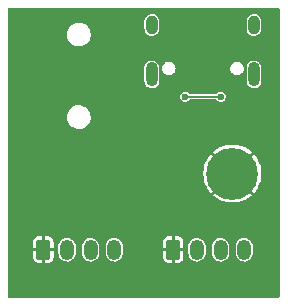
<source format=gbl>
G04 #@! TF.GenerationSoftware,KiCad,Pcbnew,(6.0.5)*
G04 #@! TF.CreationDate,2022-07-09T20:46:05-07:00*
G04 #@! TF.ProjectId,interface,696e7465-7266-4616-9365-2e6b69636164,1*
G04 #@! TF.SameCoordinates,Original*
G04 #@! TF.FileFunction,Copper,L4,Bot*
G04 #@! TF.FilePolarity,Positive*
%FSLAX46Y46*%
G04 Gerber Fmt 4.6, Leading zero omitted, Abs format (unit mm)*
G04 Created by KiCad (PCBNEW (6.0.5)) date 2022-07-09 20:46:05*
%MOMM*%
%LPD*%
G01*
G04 APERTURE LIST*
G04 Aperture macros list*
%AMRoundRect*
0 Rectangle with rounded corners*
0 $1 Rounding radius*
0 $2 $3 $4 $5 $6 $7 $8 $9 X,Y pos of 4 corners*
0 Add a 4 corners polygon primitive as box body*
4,1,4,$2,$3,$4,$5,$6,$7,$8,$9,$2,$3,0*
0 Add four circle primitives for the rounded corners*
1,1,$1+$1,$2,$3*
1,1,$1+$1,$4,$5*
1,1,$1+$1,$6,$7*
1,1,$1+$1,$8,$9*
0 Add four rect primitives between the rounded corners*
20,1,$1+$1,$2,$3,$4,$5,0*
20,1,$1+$1,$4,$5,$6,$7,0*
20,1,$1+$1,$6,$7,$8,$9,0*
20,1,$1+$1,$8,$9,$2,$3,0*%
G04 Aperture macros list end*
G04 #@! TA.AperFunction,ComponentPad*
%ADD10O,1.000000X1.600000*%
G04 #@! TD*
G04 #@! TA.AperFunction,ComponentPad*
%ADD11O,1.000000X2.100000*%
G04 #@! TD*
G04 #@! TA.AperFunction,ComponentPad*
%ADD12RoundRect,0.250000X-0.350000X-0.625000X0.350000X-0.625000X0.350000X0.625000X-0.350000X0.625000X0*%
G04 #@! TD*
G04 #@! TA.AperFunction,ComponentPad*
%ADD13O,1.200000X1.750000*%
G04 #@! TD*
G04 #@! TA.AperFunction,ComponentPad*
%ADD14C,0.700000*%
G04 #@! TD*
G04 #@! TA.AperFunction,ComponentPad*
%ADD15C,4.400000*%
G04 #@! TD*
G04 #@! TA.AperFunction,ViaPad*
%ADD16C,0.600000*%
G04 #@! TD*
G04 #@! TA.AperFunction,Conductor*
%ADD17C,0.200000*%
G04 #@! TD*
G04 APERTURE END LIST*
D10*
X70820000Y-51425000D03*
D11*
X62180000Y-55605000D03*
X70820000Y-55605000D03*
D10*
X62180000Y-51425000D03*
D12*
X64000000Y-70450000D03*
D13*
X66000000Y-70450000D03*
X68000000Y-70450000D03*
X70000000Y-70450000D03*
D12*
X53000000Y-70450000D03*
D13*
X55000000Y-70450000D03*
X57000000Y-70450000D03*
X59000000Y-70450000D03*
D14*
X70650000Y-64000000D03*
X67350000Y-64000000D03*
X67833274Y-65166726D03*
X69000000Y-62350000D03*
X67833274Y-62833274D03*
X69000000Y-65650000D03*
D15*
X69000000Y-64000000D03*
D14*
X70166726Y-62833274D03*
X70166726Y-65166726D03*
D16*
X52600000Y-52200000D03*
X65300000Y-58500000D03*
X64400000Y-53100000D03*
X63200000Y-56500000D03*
X52600000Y-64100000D03*
X60300000Y-64100000D03*
X52600000Y-58900000D03*
X62700000Y-68800000D03*
X62300000Y-62400000D03*
X56000000Y-64100000D03*
X68300000Y-53100000D03*
X69600000Y-57500000D03*
X59200000Y-58900000D03*
X68000000Y-57500000D03*
X65000000Y-57500000D03*
D17*
X65000000Y-57500000D02*
X68000000Y-57500000D01*
G04 #@! TA.AperFunction,Conductor*
G36*
X72980694Y-50019306D02*
G01*
X72999000Y-50063500D01*
X72999000Y-74436500D01*
X72980694Y-74480694D01*
X72936500Y-74499000D01*
X50063500Y-74499000D01*
X50019306Y-74480694D01*
X50001000Y-74436500D01*
X50001000Y-71121018D01*
X52146001Y-71121018D01*
X52146183Y-71124388D01*
X52152272Y-71180443D01*
X52154071Y-71188012D01*
X52201808Y-71315351D01*
X52206043Y-71323086D01*
X52287285Y-71431487D01*
X52293513Y-71437715D01*
X52401914Y-71518957D01*
X52409649Y-71523192D01*
X52536992Y-71570930D01*
X52544556Y-71572728D01*
X52600608Y-71578817D01*
X52603976Y-71579000D01*
X52860569Y-71579000D01*
X52869359Y-71575359D01*
X52873000Y-71566569D01*
X52873000Y-71566568D01*
X53127000Y-71566568D01*
X53130641Y-71575358D01*
X53139431Y-71578999D01*
X53396018Y-71578999D01*
X53399388Y-71578817D01*
X53455443Y-71572728D01*
X53463012Y-71570929D01*
X53590351Y-71523192D01*
X53598086Y-71518957D01*
X53706487Y-71437715D01*
X53712715Y-71431487D01*
X53793957Y-71323086D01*
X53798192Y-71315351D01*
X53845930Y-71188008D01*
X53847728Y-71180444D01*
X53853817Y-71124392D01*
X53854000Y-71121024D01*
X53854000Y-70767483D01*
X54272500Y-70767483D01*
X54287192Y-70893501D01*
X54345074Y-71052962D01*
X54347065Y-71055998D01*
X54347065Y-71055999D01*
X54433617Y-71188012D01*
X54438088Y-71194832D01*
X54561243Y-71311498D01*
X54707935Y-71396703D01*
X54870294Y-71445877D01*
X55039610Y-71456381D01*
X55206802Y-71427652D01*
X55362900Y-71361232D01*
X55499532Y-71260682D01*
X55609367Y-71131397D01*
X55686515Y-70980313D01*
X55726837Y-70815532D01*
X55727500Y-70804844D01*
X55727500Y-70767483D01*
X56272500Y-70767483D01*
X56287192Y-70893501D01*
X56345074Y-71052962D01*
X56347065Y-71055998D01*
X56347065Y-71055999D01*
X56433617Y-71188012D01*
X56438088Y-71194832D01*
X56561243Y-71311498D01*
X56707935Y-71396703D01*
X56870294Y-71445877D01*
X57039610Y-71456381D01*
X57206802Y-71427652D01*
X57362900Y-71361232D01*
X57499532Y-71260682D01*
X57609367Y-71131397D01*
X57686515Y-70980313D01*
X57726837Y-70815532D01*
X57727500Y-70804844D01*
X57727500Y-70767483D01*
X58272500Y-70767483D01*
X58287192Y-70893501D01*
X58345074Y-71052962D01*
X58347065Y-71055998D01*
X58347065Y-71055999D01*
X58433617Y-71188012D01*
X58438088Y-71194832D01*
X58561243Y-71311498D01*
X58707935Y-71396703D01*
X58870294Y-71445877D01*
X59039610Y-71456381D01*
X59206802Y-71427652D01*
X59362900Y-71361232D01*
X59499532Y-71260682D01*
X59609367Y-71131397D01*
X59614667Y-71121018D01*
X63146001Y-71121018D01*
X63146183Y-71124388D01*
X63152272Y-71180443D01*
X63154071Y-71188012D01*
X63201808Y-71315351D01*
X63206043Y-71323086D01*
X63287285Y-71431487D01*
X63293513Y-71437715D01*
X63401914Y-71518957D01*
X63409649Y-71523192D01*
X63536992Y-71570930D01*
X63544556Y-71572728D01*
X63600608Y-71578817D01*
X63603976Y-71579000D01*
X63860569Y-71579000D01*
X63869359Y-71575359D01*
X63873000Y-71566569D01*
X63873000Y-71566568D01*
X64127000Y-71566568D01*
X64130641Y-71575358D01*
X64139431Y-71578999D01*
X64396018Y-71578999D01*
X64399388Y-71578817D01*
X64455443Y-71572728D01*
X64463012Y-71570929D01*
X64590351Y-71523192D01*
X64598086Y-71518957D01*
X64706487Y-71437715D01*
X64712715Y-71431487D01*
X64793957Y-71323086D01*
X64798192Y-71315351D01*
X64845930Y-71188008D01*
X64847728Y-71180444D01*
X64853817Y-71124392D01*
X64854000Y-71121024D01*
X64854000Y-70767483D01*
X65272500Y-70767483D01*
X65287192Y-70893501D01*
X65345074Y-71052962D01*
X65347065Y-71055998D01*
X65347065Y-71055999D01*
X65433617Y-71188012D01*
X65438088Y-71194832D01*
X65561243Y-71311498D01*
X65707935Y-71396703D01*
X65870294Y-71445877D01*
X66039610Y-71456381D01*
X66206802Y-71427652D01*
X66362900Y-71361232D01*
X66499532Y-71260682D01*
X66609367Y-71131397D01*
X66686515Y-70980313D01*
X66726837Y-70815532D01*
X66727500Y-70804844D01*
X66727500Y-70767483D01*
X67272500Y-70767483D01*
X67287192Y-70893501D01*
X67345074Y-71052962D01*
X67347065Y-71055998D01*
X67347065Y-71055999D01*
X67433617Y-71188012D01*
X67438088Y-71194832D01*
X67561243Y-71311498D01*
X67707935Y-71396703D01*
X67870294Y-71445877D01*
X68039610Y-71456381D01*
X68206802Y-71427652D01*
X68362900Y-71361232D01*
X68499532Y-71260682D01*
X68609367Y-71131397D01*
X68686515Y-70980313D01*
X68726837Y-70815532D01*
X68727500Y-70804844D01*
X68727500Y-70767483D01*
X69272500Y-70767483D01*
X69287192Y-70893501D01*
X69345074Y-71052962D01*
X69347065Y-71055998D01*
X69347065Y-71055999D01*
X69433617Y-71188012D01*
X69438088Y-71194832D01*
X69561243Y-71311498D01*
X69707935Y-71396703D01*
X69870294Y-71445877D01*
X70039610Y-71456381D01*
X70206802Y-71427652D01*
X70362900Y-71361232D01*
X70499532Y-71260682D01*
X70609367Y-71131397D01*
X70686515Y-70980313D01*
X70726837Y-70815532D01*
X70727500Y-70804844D01*
X70727500Y-70132517D01*
X70712808Y-70006499D01*
X70654926Y-69847038D01*
X70608097Y-69775612D01*
X70563902Y-69708203D01*
X70563901Y-69708202D01*
X70561912Y-69705168D01*
X70438757Y-69588502D01*
X70292065Y-69503297D01*
X70129706Y-69454123D01*
X69960390Y-69443619D01*
X69793198Y-69472348D01*
X69637100Y-69538768D01*
X69500468Y-69639318D01*
X69390633Y-69768603D01*
X69313485Y-69919687D01*
X69273163Y-70084468D01*
X69272500Y-70095156D01*
X69272500Y-70767483D01*
X68727500Y-70767483D01*
X68727500Y-70132517D01*
X68712808Y-70006499D01*
X68654926Y-69847038D01*
X68608097Y-69775612D01*
X68563902Y-69708203D01*
X68563901Y-69708202D01*
X68561912Y-69705168D01*
X68438757Y-69588502D01*
X68292065Y-69503297D01*
X68129706Y-69454123D01*
X67960390Y-69443619D01*
X67793198Y-69472348D01*
X67637100Y-69538768D01*
X67500468Y-69639318D01*
X67390633Y-69768603D01*
X67313485Y-69919687D01*
X67273163Y-70084468D01*
X67272500Y-70095156D01*
X67272500Y-70767483D01*
X66727500Y-70767483D01*
X66727500Y-70132517D01*
X66712808Y-70006499D01*
X66654926Y-69847038D01*
X66608097Y-69775612D01*
X66563902Y-69708203D01*
X66563901Y-69708202D01*
X66561912Y-69705168D01*
X66438757Y-69588502D01*
X66292065Y-69503297D01*
X66129706Y-69454123D01*
X65960390Y-69443619D01*
X65793198Y-69472348D01*
X65637100Y-69538768D01*
X65500468Y-69639318D01*
X65390633Y-69768603D01*
X65313485Y-69919687D01*
X65273163Y-70084468D01*
X65272500Y-70095156D01*
X65272500Y-70767483D01*
X64854000Y-70767483D01*
X64854000Y-70589431D01*
X64850359Y-70580641D01*
X64841569Y-70577000D01*
X64139431Y-70577000D01*
X64130641Y-70580641D01*
X64127000Y-70589431D01*
X64127000Y-71566568D01*
X63873000Y-71566568D01*
X63873000Y-70589431D01*
X63869359Y-70580641D01*
X63860569Y-70577000D01*
X63158432Y-70577000D01*
X63149642Y-70580641D01*
X63146001Y-70589431D01*
X63146001Y-71121018D01*
X59614667Y-71121018D01*
X59686515Y-70980313D01*
X59726837Y-70815532D01*
X59727500Y-70804844D01*
X59727500Y-70310569D01*
X63146000Y-70310569D01*
X63149641Y-70319359D01*
X63158431Y-70323000D01*
X63860569Y-70323000D01*
X63869359Y-70319359D01*
X63873000Y-70310569D01*
X64127000Y-70310569D01*
X64130641Y-70319359D01*
X64139431Y-70323000D01*
X64841568Y-70323000D01*
X64850358Y-70319359D01*
X64853999Y-70310569D01*
X64853999Y-69778982D01*
X64853817Y-69775612D01*
X64847728Y-69719557D01*
X64845929Y-69711988D01*
X64798192Y-69584649D01*
X64793957Y-69576914D01*
X64712715Y-69468513D01*
X64706487Y-69462285D01*
X64598086Y-69381043D01*
X64590351Y-69376808D01*
X64463008Y-69329070D01*
X64455444Y-69327272D01*
X64399392Y-69321183D01*
X64396024Y-69321000D01*
X64139431Y-69321000D01*
X64130641Y-69324641D01*
X64127000Y-69333431D01*
X64127000Y-70310569D01*
X63873000Y-70310569D01*
X63873000Y-69333432D01*
X63869359Y-69324642D01*
X63860569Y-69321001D01*
X63603982Y-69321001D01*
X63600612Y-69321183D01*
X63544557Y-69327272D01*
X63536988Y-69329071D01*
X63409649Y-69376808D01*
X63401914Y-69381043D01*
X63293513Y-69462285D01*
X63287285Y-69468513D01*
X63206043Y-69576914D01*
X63201808Y-69584649D01*
X63154070Y-69711992D01*
X63152272Y-69719556D01*
X63146183Y-69775608D01*
X63146000Y-69778976D01*
X63146000Y-70310569D01*
X59727500Y-70310569D01*
X59727500Y-70132517D01*
X59712808Y-70006499D01*
X59654926Y-69847038D01*
X59608097Y-69775612D01*
X59563902Y-69708203D01*
X59563901Y-69708202D01*
X59561912Y-69705168D01*
X59438757Y-69588502D01*
X59292065Y-69503297D01*
X59129706Y-69454123D01*
X58960390Y-69443619D01*
X58793198Y-69472348D01*
X58637100Y-69538768D01*
X58500468Y-69639318D01*
X58390633Y-69768603D01*
X58313485Y-69919687D01*
X58273163Y-70084468D01*
X58272500Y-70095156D01*
X58272500Y-70767483D01*
X57727500Y-70767483D01*
X57727500Y-70132517D01*
X57712808Y-70006499D01*
X57654926Y-69847038D01*
X57608097Y-69775612D01*
X57563902Y-69708203D01*
X57563901Y-69708202D01*
X57561912Y-69705168D01*
X57438757Y-69588502D01*
X57292065Y-69503297D01*
X57129706Y-69454123D01*
X56960390Y-69443619D01*
X56793198Y-69472348D01*
X56637100Y-69538768D01*
X56500468Y-69639318D01*
X56390633Y-69768603D01*
X56313485Y-69919687D01*
X56273163Y-70084468D01*
X56272500Y-70095156D01*
X56272500Y-70767483D01*
X55727500Y-70767483D01*
X55727500Y-70132517D01*
X55712808Y-70006499D01*
X55654926Y-69847038D01*
X55608097Y-69775612D01*
X55563902Y-69708203D01*
X55563901Y-69708202D01*
X55561912Y-69705168D01*
X55438757Y-69588502D01*
X55292065Y-69503297D01*
X55129706Y-69454123D01*
X54960390Y-69443619D01*
X54793198Y-69472348D01*
X54637100Y-69538768D01*
X54500468Y-69639318D01*
X54390633Y-69768603D01*
X54313485Y-69919687D01*
X54273163Y-70084468D01*
X54272500Y-70095156D01*
X54272500Y-70767483D01*
X53854000Y-70767483D01*
X53854000Y-70589431D01*
X53850359Y-70580641D01*
X53841569Y-70577000D01*
X53139431Y-70577000D01*
X53130641Y-70580641D01*
X53127000Y-70589431D01*
X53127000Y-71566568D01*
X52873000Y-71566568D01*
X52873000Y-70589431D01*
X52869359Y-70580641D01*
X52860569Y-70577000D01*
X52158432Y-70577000D01*
X52149642Y-70580641D01*
X52146001Y-70589431D01*
X52146001Y-71121018D01*
X50001000Y-71121018D01*
X50001000Y-70310569D01*
X52146000Y-70310569D01*
X52149641Y-70319359D01*
X52158431Y-70323000D01*
X52860569Y-70323000D01*
X52869359Y-70319359D01*
X52873000Y-70310569D01*
X53127000Y-70310569D01*
X53130641Y-70319359D01*
X53139431Y-70323000D01*
X53841568Y-70323000D01*
X53850358Y-70319359D01*
X53853999Y-70310569D01*
X53853999Y-69778982D01*
X53853817Y-69775612D01*
X53847728Y-69719557D01*
X53845929Y-69711988D01*
X53798192Y-69584649D01*
X53793957Y-69576914D01*
X53712715Y-69468513D01*
X53706487Y-69462285D01*
X53598086Y-69381043D01*
X53590351Y-69376808D01*
X53463008Y-69329070D01*
X53455444Y-69327272D01*
X53399392Y-69321183D01*
X53396024Y-69321000D01*
X53139431Y-69321000D01*
X53130641Y-69324641D01*
X53127000Y-69333431D01*
X53127000Y-70310569D01*
X52873000Y-70310569D01*
X52873000Y-69333432D01*
X52869359Y-69324642D01*
X52860569Y-69321001D01*
X52603982Y-69321001D01*
X52600612Y-69321183D01*
X52544557Y-69327272D01*
X52536988Y-69329071D01*
X52409649Y-69376808D01*
X52401914Y-69381043D01*
X52293513Y-69462285D01*
X52287285Y-69468513D01*
X52206043Y-69576914D01*
X52201808Y-69584649D01*
X52154070Y-69711992D01*
X52152272Y-69719556D01*
X52146183Y-69775608D01*
X52146000Y-69778976D01*
X52146000Y-70310569D01*
X50001000Y-70310569D01*
X50001000Y-65822543D01*
X67361898Y-65822543D01*
X67365964Y-65831938D01*
X67431245Y-65893241D01*
X67434247Y-65895725D01*
X67680893Y-66074923D01*
X67684205Y-66077025D01*
X67951343Y-66223885D01*
X67954907Y-66225562D01*
X68238348Y-66337784D01*
X68242078Y-66338996D01*
X68537343Y-66414808D01*
X68541216Y-66415546D01*
X68843649Y-66453753D01*
X68847579Y-66454000D01*
X69152421Y-66454000D01*
X69156351Y-66453753D01*
X69458784Y-66415546D01*
X69462657Y-66414808D01*
X69757922Y-66338996D01*
X69761652Y-66337784D01*
X70045093Y-66225562D01*
X70048657Y-66223885D01*
X70315795Y-66077025D01*
X70319107Y-66074923D01*
X70565753Y-65895725D01*
X70568755Y-65893241D01*
X70634409Y-65831587D01*
X70638087Y-65823441D01*
X70634319Y-65813924D01*
X69008790Y-64188395D01*
X69000000Y-64184754D01*
X68991210Y-64188395D01*
X67365318Y-65814287D01*
X67361898Y-65822543D01*
X50001000Y-65822543D01*
X50001000Y-64001955D01*
X66541271Y-64001955D01*
X66560414Y-64306218D01*
X66560905Y-64310105D01*
X66618028Y-64609559D01*
X66619005Y-64613363D01*
X66713212Y-64903303D01*
X66714650Y-64906934D01*
X66844457Y-65182788D01*
X66846341Y-65186215D01*
X67009695Y-65443619D01*
X67012000Y-65446792D01*
X67167787Y-65635105D01*
X67176195Y-65639557D01*
X67182900Y-65637495D01*
X68811605Y-64008790D01*
X68815246Y-64000000D01*
X69184754Y-64000000D01*
X69188395Y-64008790D01*
X70815499Y-65635894D01*
X70824289Y-65639535D01*
X70830770Y-65636850D01*
X70988000Y-65446792D01*
X70990305Y-65443619D01*
X71153659Y-65186215D01*
X71155543Y-65182788D01*
X71285350Y-64906934D01*
X71286788Y-64903303D01*
X71380995Y-64613363D01*
X71381972Y-64609559D01*
X71439095Y-64310105D01*
X71439586Y-64306218D01*
X71458729Y-64001955D01*
X71458729Y-63998045D01*
X71439586Y-63693782D01*
X71439095Y-63689895D01*
X71381972Y-63390441D01*
X71380995Y-63386637D01*
X71286788Y-63096697D01*
X71285350Y-63093066D01*
X71155543Y-62817212D01*
X71153659Y-62813785D01*
X70990305Y-62556381D01*
X70988000Y-62553208D01*
X70832213Y-62364895D01*
X70823805Y-62360443D01*
X70817100Y-62362505D01*
X69188395Y-63991210D01*
X69184754Y-64000000D01*
X68815246Y-64000000D01*
X68811605Y-63991210D01*
X67184501Y-62364106D01*
X67175711Y-62360465D01*
X67169230Y-62363150D01*
X67012000Y-62553208D01*
X67009695Y-62556381D01*
X66846341Y-62813785D01*
X66844457Y-62817212D01*
X66714650Y-63093066D01*
X66713212Y-63096697D01*
X66619005Y-63386637D01*
X66618028Y-63390441D01*
X66560905Y-63689895D01*
X66560414Y-63693782D01*
X66541271Y-63998045D01*
X66541271Y-64001955D01*
X50001000Y-64001955D01*
X50001000Y-62176559D01*
X67361913Y-62176559D01*
X67365681Y-62186076D01*
X68991210Y-63811605D01*
X69000000Y-63815246D01*
X69008790Y-63811605D01*
X70634682Y-62185713D01*
X70638102Y-62177457D01*
X70634036Y-62168062D01*
X70568755Y-62106759D01*
X70565753Y-62104275D01*
X70319107Y-61925077D01*
X70315795Y-61922975D01*
X70048657Y-61776115D01*
X70045093Y-61774438D01*
X69761652Y-61662216D01*
X69757922Y-61661004D01*
X69462657Y-61585192D01*
X69458784Y-61584454D01*
X69156351Y-61546247D01*
X69152421Y-61546000D01*
X68847579Y-61546000D01*
X68843649Y-61546247D01*
X68541216Y-61584454D01*
X68537343Y-61585192D01*
X68242078Y-61661004D01*
X68238348Y-61662216D01*
X67954907Y-61774438D01*
X67951343Y-61776115D01*
X67684205Y-61922975D01*
X67680893Y-61925077D01*
X67434247Y-62104275D01*
X67431245Y-62106759D01*
X67365591Y-62168413D01*
X67361913Y-62176559D01*
X50001000Y-62176559D01*
X50001000Y-59274126D01*
X54995541Y-59274126D01*
X55025935Y-59475097D01*
X55096119Y-59665852D01*
X55203226Y-59838599D01*
X55342881Y-59986280D01*
X55345475Y-59988096D01*
X55345478Y-59988099D01*
X55437213Y-60052332D01*
X55509379Y-60102863D01*
X55695919Y-60183586D01*
X55699013Y-60184232D01*
X55699015Y-60184233D01*
X55803893Y-60206143D01*
X55894880Y-60225151D01*
X55901539Y-60225500D01*
X56050800Y-60225500D01*
X56052374Y-60225340D01*
X56052376Y-60225340D01*
X56074767Y-60223066D01*
X56202216Y-60210120D01*
X56205229Y-60209176D01*
X56205233Y-60209175D01*
X56393151Y-60150285D01*
X56393153Y-60150284D01*
X56396172Y-60149338D01*
X56573944Y-60050797D01*
X56728271Y-59918523D01*
X56730207Y-59916027D01*
X56730210Y-59916024D01*
X56850908Y-59760420D01*
X56852848Y-59757919D01*
X56898151Y-59665852D01*
X56941188Y-59578389D01*
X56941189Y-59578386D01*
X56942587Y-59575545D01*
X56993822Y-59378852D01*
X57004459Y-59175874D01*
X56974065Y-58974903D01*
X56903881Y-58784148D01*
X56796774Y-58611401D01*
X56657119Y-58463720D01*
X56654525Y-58461904D01*
X56654522Y-58461901D01*
X56493215Y-58348953D01*
X56493213Y-58348952D01*
X56490621Y-58347137D01*
X56304081Y-58266414D01*
X56300987Y-58265768D01*
X56300985Y-58265767D01*
X56181593Y-58240825D01*
X56105120Y-58224849D01*
X56098461Y-58224500D01*
X55949200Y-58224500D01*
X55947626Y-58224660D01*
X55947624Y-58224660D01*
X55925233Y-58226934D01*
X55797784Y-58239880D01*
X55794771Y-58240824D01*
X55794767Y-58240825D01*
X55606849Y-58299715D01*
X55606847Y-58299716D01*
X55603828Y-58300662D01*
X55426056Y-58399203D01*
X55271729Y-58531477D01*
X55269793Y-58533973D01*
X55269790Y-58533976D01*
X55154865Y-58682138D01*
X55147152Y-58692081D01*
X55145754Y-58694922D01*
X55100389Y-58787117D01*
X55057413Y-58874455D01*
X55006178Y-59071148D01*
X54995541Y-59274126D01*
X50001000Y-59274126D01*
X50001000Y-57494724D01*
X64568136Y-57494724D01*
X64568713Y-57499137D01*
X64568713Y-57499138D01*
X64573255Y-57533870D01*
X64584014Y-57616145D01*
X64633333Y-57728230D01*
X64712127Y-57821968D01*
X64715832Y-57824434D01*
X64715834Y-57824436D01*
X64727650Y-57832301D01*
X64814064Y-57889823D01*
X64930948Y-57926340D01*
X64935398Y-57926422D01*
X64935401Y-57926422D01*
X64985074Y-57927332D01*
X65053383Y-57928584D01*
X65106088Y-57914215D01*
X65167226Y-57897548D01*
X65167229Y-57897547D01*
X65171527Y-57896375D01*
X65175323Y-57894044D01*
X65175326Y-57894043D01*
X65272083Y-57834633D01*
X65275881Y-57832301D01*
X65332779Y-57769441D01*
X65352134Y-57748058D01*
X65398471Y-57727500D01*
X67603608Y-57727500D01*
X67647802Y-57745806D01*
X67651449Y-57749781D01*
X67712127Y-57821968D01*
X67715832Y-57824434D01*
X67715834Y-57824436D01*
X67727650Y-57832301D01*
X67814064Y-57889823D01*
X67930948Y-57926340D01*
X67935398Y-57926422D01*
X67935401Y-57926422D01*
X67985074Y-57927332D01*
X68053383Y-57928584D01*
X68106088Y-57914215D01*
X68167226Y-57897548D01*
X68167229Y-57897547D01*
X68171527Y-57896375D01*
X68175323Y-57894044D01*
X68175326Y-57894043D01*
X68272083Y-57834633D01*
X68275881Y-57832301D01*
X68358058Y-57741513D01*
X68411451Y-57631311D01*
X68414003Y-57616145D01*
X68431367Y-57512928D01*
X68431767Y-57510552D01*
X68431896Y-57500000D01*
X68414536Y-57378781D01*
X68363852Y-57267307D01*
X68283918Y-57174539D01*
X68181160Y-57107935D01*
X68063838Y-57072848D01*
X68002611Y-57072474D01*
X67945838Y-57072127D01*
X67945837Y-57072127D01*
X67941385Y-57072100D01*
X67823644Y-57105751D01*
X67720080Y-57171095D01*
X67717137Y-57174427D01*
X67717135Y-57174429D01*
X67649180Y-57251373D01*
X67602334Y-57272500D01*
X65396974Y-57272500D01*
X65349626Y-57250797D01*
X65286826Y-57177914D01*
X65283918Y-57174539D01*
X65181160Y-57107935D01*
X65063838Y-57072848D01*
X65002611Y-57072474D01*
X64945838Y-57072127D01*
X64945837Y-57072127D01*
X64941385Y-57072100D01*
X64823644Y-57105751D01*
X64720080Y-57171095D01*
X64717137Y-57174427D01*
X64717135Y-57174429D01*
X64649180Y-57251373D01*
X64639018Y-57262879D01*
X64637126Y-57266909D01*
X64588868Y-57369695D01*
X64588867Y-57369698D01*
X64586976Y-57373726D01*
X64568136Y-57494724D01*
X50001000Y-57494724D01*
X50001000Y-56194476D01*
X61552500Y-56194476D01*
X61552747Y-56196428D01*
X61552747Y-56196434D01*
X61557527Y-56234272D01*
X61567384Y-56312293D01*
X61625747Y-56459703D01*
X61628056Y-56462881D01*
X61628057Y-56462883D01*
X61674472Y-56526767D01*
X61718937Y-56587967D01*
X61721966Y-56590473D01*
X61721968Y-56590475D01*
X61781199Y-56639474D01*
X61841097Y-56689026D01*
X61984551Y-56756531D01*
X61988409Y-56757267D01*
X62136421Y-56785502D01*
X62136423Y-56785502D01*
X62140286Y-56786239D01*
X62144212Y-56785992D01*
X62294592Y-56776531D01*
X62294593Y-56776531D01*
X62298516Y-56776284D01*
X62302254Y-56775069D01*
X62302256Y-56775069D01*
X62445564Y-56728505D01*
X62445565Y-56728505D01*
X62449300Y-56727291D01*
X62583162Y-56642340D01*
X62585851Y-56639476D01*
X62585854Y-56639474D01*
X62688998Y-56529637D01*
X62688998Y-56529636D01*
X62691693Y-56526767D01*
X62768072Y-56387834D01*
X62807500Y-56234272D01*
X62807500Y-56194476D01*
X70192500Y-56194476D01*
X70192747Y-56196428D01*
X70192747Y-56196434D01*
X70197527Y-56234272D01*
X70207384Y-56312293D01*
X70265747Y-56459703D01*
X70268056Y-56462881D01*
X70268057Y-56462883D01*
X70314472Y-56526767D01*
X70358937Y-56587967D01*
X70361966Y-56590473D01*
X70361968Y-56590475D01*
X70421199Y-56639474D01*
X70481097Y-56689026D01*
X70624551Y-56756531D01*
X70628409Y-56757267D01*
X70776421Y-56785502D01*
X70776423Y-56785502D01*
X70780286Y-56786239D01*
X70784212Y-56785992D01*
X70934592Y-56776531D01*
X70934593Y-56776531D01*
X70938516Y-56776284D01*
X70942254Y-56775069D01*
X70942256Y-56775069D01*
X71085564Y-56728505D01*
X71085565Y-56728505D01*
X71089300Y-56727291D01*
X71223162Y-56642340D01*
X71225851Y-56639476D01*
X71225854Y-56639474D01*
X71328998Y-56529637D01*
X71328998Y-56529636D01*
X71331693Y-56526767D01*
X71408072Y-56387834D01*
X71447500Y-56234272D01*
X71447500Y-55015524D01*
X71442970Y-54979661D01*
X71433109Y-54901612D01*
X71432616Y-54897707D01*
X71374253Y-54750297D01*
X71333750Y-54694549D01*
X71283376Y-54625216D01*
X71283374Y-54625214D01*
X71281063Y-54622033D01*
X71278034Y-54619527D01*
X71278032Y-54619525D01*
X71209219Y-54562599D01*
X71158903Y-54520974D01*
X71015449Y-54453469D01*
X71011591Y-54452733D01*
X70863579Y-54424498D01*
X70863577Y-54424498D01*
X70859714Y-54423761D01*
X70855788Y-54424008D01*
X70705408Y-54433469D01*
X70705407Y-54433469D01*
X70701484Y-54433716D01*
X70697746Y-54434931D01*
X70697744Y-54434931D01*
X70635545Y-54455141D01*
X70550700Y-54482709D01*
X70416838Y-54567660D01*
X70414149Y-54570524D01*
X70414146Y-54570526D01*
X70368133Y-54619525D01*
X70308307Y-54683233D01*
X70231928Y-54822166D01*
X70192500Y-54975728D01*
X70192500Y-56194476D01*
X62807500Y-56194476D01*
X62807500Y-55105000D01*
X63029534Y-55105000D01*
X63049313Y-55255236D01*
X63050881Y-55259020D01*
X63050881Y-55259022D01*
X63105732Y-55391444D01*
X63105734Y-55391447D01*
X63107302Y-55395233D01*
X63199549Y-55515451D01*
X63319767Y-55607698D01*
X63323553Y-55609266D01*
X63323556Y-55609268D01*
X63455978Y-55664119D01*
X63455980Y-55664119D01*
X63459764Y-55665687D01*
X63463826Y-55666222D01*
X63463827Y-55666222D01*
X63570249Y-55680233D01*
X63570255Y-55680233D01*
X63572280Y-55680500D01*
X63647720Y-55680500D01*
X63649745Y-55680233D01*
X63649751Y-55680233D01*
X63756173Y-55666222D01*
X63756174Y-55666222D01*
X63760236Y-55665687D01*
X63764020Y-55664119D01*
X63764022Y-55664119D01*
X63896444Y-55609268D01*
X63896447Y-55609266D01*
X63900233Y-55607698D01*
X64020451Y-55515451D01*
X64112698Y-55395233D01*
X64114266Y-55391447D01*
X64114268Y-55391444D01*
X64169119Y-55259022D01*
X64169119Y-55259020D01*
X64170687Y-55255236D01*
X64190466Y-55105000D01*
X68809534Y-55105000D01*
X68829313Y-55255236D01*
X68830881Y-55259020D01*
X68830881Y-55259022D01*
X68885732Y-55391444D01*
X68885734Y-55391447D01*
X68887302Y-55395233D01*
X68979549Y-55515451D01*
X69099767Y-55607698D01*
X69103553Y-55609266D01*
X69103556Y-55609268D01*
X69235978Y-55664119D01*
X69235980Y-55664119D01*
X69239764Y-55665687D01*
X69243826Y-55666222D01*
X69243827Y-55666222D01*
X69350249Y-55680233D01*
X69350255Y-55680233D01*
X69352280Y-55680500D01*
X69427720Y-55680500D01*
X69429745Y-55680233D01*
X69429751Y-55680233D01*
X69536173Y-55666222D01*
X69536174Y-55666222D01*
X69540236Y-55665687D01*
X69544020Y-55664119D01*
X69544022Y-55664119D01*
X69676444Y-55609268D01*
X69676447Y-55609266D01*
X69680233Y-55607698D01*
X69800451Y-55515451D01*
X69892698Y-55395233D01*
X69894266Y-55391447D01*
X69894268Y-55391444D01*
X69949119Y-55259022D01*
X69949119Y-55259020D01*
X69950687Y-55255236D01*
X69970466Y-55105000D01*
X69958686Y-55015524D01*
X69951222Y-54958827D01*
X69951222Y-54958826D01*
X69950687Y-54954764D01*
X69925538Y-54894049D01*
X69894268Y-54818556D01*
X69894266Y-54818553D01*
X69892698Y-54814767D01*
X69800451Y-54694549D01*
X69680233Y-54602302D01*
X69676447Y-54600734D01*
X69676444Y-54600732D01*
X69544022Y-54545881D01*
X69544020Y-54545881D01*
X69540236Y-54544313D01*
X69536174Y-54543778D01*
X69536173Y-54543778D01*
X69429751Y-54529767D01*
X69429745Y-54529767D01*
X69427720Y-54529500D01*
X69352280Y-54529500D01*
X69350255Y-54529767D01*
X69350249Y-54529767D01*
X69243827Y-54543778D01*
X69243826Y-54543778D01*
X69239764Y-54544313D01*
X69235980Y-54545881D01*
X69235978Y-54545881D01*
X69103556Y-54600732D01*
X69103553Y-54600734D01*
X69099767Y-54602302D01*
X68979549Y-54694549D01*
X68887302Y-54814767D01*
X68885734Y-54818553D01*
X68885732Y-54818556D01*
X68854462Y-54894049D01*
X68829313Y-54954764D01*
X68828778Y-54958826D01*
X68828778Y-54958827D01*
X68821314Y-55015524D01*
X68809534Y-55105000D01*
X64190466Y-55105000D01*
X64178686Y-55015524D01*
X64171222Y-54958827D01*
X64171222Y-54958826D01*
X64170687Y-54954764D01*
X64145538Y-54894049D01*
X64114268Y-54818556D01*
X64114266Y-54818553D01*
X64112698Y-54814767D01*
X64020451Y-54694549D01*
X63900233Y-54602302D01*
X63896447Y-54600734D01*
X63896444Y-54600732D01*
X63764022Y-54545881D01*
X63764020Y-54545881D01*
X63760236Y-54544313D01*
X63756174Y-54543778D01*
X63756173Y-54543778D01*
X63649751Y-54529767D01*
X63649745Y-54529767D01*
X63647720Y-54529500D01*
X63572280Y-54529500D01*
X63570255Y-54529767D01*
X63570249Y-54529767D01*
X63463827Y-54543778D01*
X63463826Y-54543778D01*
X63459764Y-54544313D01*
X63455980Y-54545881D01*
X63455978Y-54545881D01*
X63323556Y-54600732D01*
X63323553Y-54600734D01*
X63319767Y-54602302D01*
X63199549Y-54694549D01*
X63107302Y-54814767D01*
X63105734Y-54818553D01*
X63105732Y-54818556D01*
X63074462Y-54894049D01*
X63049313Y-54954764D01*
X63048778Y-54958826D01*
X63048778Y-54958827D01*
X63041314Y-55015524D01*
X63029534Y-55105000D01*
X62807500Y-55105000D01*
X62807500Y-55015524D01*
X62802970Y-54979661D01*
X62793109Y-54901612D01*
X62792616Y-54897707D01*
X62734253Y-54750297D01*
X62693750Y-54694549D01*
X62643376Y-54625216D01*
X62643374Y-54625214D01*
X62641063Y-54622033D01*
X62638034Y-54619527D01*
X62638032Y-54619525D01*
X62569219Y-54562599D01*
X62518903Y-54520974D01*
X62375449Y-54453469D01*
X62371591Y-54452733D01*
X62223579Y-54424498D01*
X62223577Y-54424498D01*
X62219714Y-54423761D01*
X62215788Y-54424008D01*
X62065408Y-54433469D01*
X62065407Y-54433469D01*
X62061484Y-54433716D01*
X62057746Y-54434931D01*
X62057744Y-54434931D01*
X61995545Y-54455141D01*
X61910700Y-54482709D01*
X61776838Y-54567660D01*
X61774149Y-54570524D01*
X61774146Y-54570526D01*
X61728133Y-54619525D01*
X61668307Y-54683233D01*
X61591928Y-54822166D01*
X61552500Y-54975728D01*
X61552500Y-56194476D01*
X50001000Y-56194476D01*
X50001000Y-52274126D01*
X54995541Y-52274126D01*
X54996014Y-52277252D01*
X54996014Y-52277256D01*
X55006270Y-52345069D01*
X55025935Y-52475097D01*
X55096119Y-52665852D01*
X55203226Y-52838599D01*
X55342881Y-52986280D01*
X55345475Y-52988096D01*
X55345478Y-52988099D01*
X55437213Y-53052332D01*
X55509379Y-53102863D01*
X55695919Y-53183586D01*
X55699013Y-53184232D01*
X55699015Y-53184233D01*
X55803893Y-53206143D01*
X55894880Y-53225151D01*
X55901539Y-53225500D01*
X56050800Y-53225500D01*
X56052374Y-53225340D01*
X56052376Y-53225340D01*
X56074767Y-53223066D01*
X56202216Y-53210120D01*
X56205229Y-53209176D01*
X56205233Y-53209175D01*
X56393151Y-53150285D01*
X56393153Y-53150284D01*
X56396172Y-53149338D01*
X56573944Y-53050797D01*
X56728271Y-52918523D01*
X56730207Y-52916027D01*
X56730210Y-52916024D01*
X56850908Y-52760420D01*
X56852848Y-52757919D01*
X56898151Y-52665852D01*
X56941188Y-52578389D01*
X56941189Y-52578386D01*
X56942587Y-52575545D01*
X56993822Y-52378852D01*
X57004459Y-52175874D01*
X57001270Y-52154784D01*
X56974539Y-51978035D01*
X56974538Y-51978032D01*
X56974065Y-51974903D01*
X56969054Y-51961282D01*
X56936061Y-51871611D01*
X56903881Y-51784148D01*
X56891684Y-51764476D01*
X61552500Y-51764476D01*
X61552747Y-51766428D01*
X61552747Y-51766434D01*
X61557527Y-51804272D01*
X61567384Y-51882293D01*
X61625747Y-52029703D01*
X61628056Y-52032881D01*
X61628057Y-52032883D01*
X61674472Y-52096767D01*
X61718937Y-52157967D01*
X61721966Y-52160473D01*
X61721968Y-52160475D01*
X61744404Y-52179035D01*
X61841097Y-52259026D01*
X61984551Y-52326531D01*
X61988409Y-52327267D01*
X62136421Y-52355502D01*
X62136423Y-52355502D01*
X62140286Y-52356239D01*
X62144212Y-52355992D01*
X62294592Y-52346531D01*
X62294593Y-52346531D01*
X62298516Y-52346284D01*
X62302254Y-52345069D01*
X62302256Y-52345069D01*
X62445564Y-52298505D01*
X62445565Y-52298505D01*
X62449300Y-52297291D01*
X62583162Y-52212340D01*
X62585851Y-52209476D01*
X62585854Y-52209474D01*
X62688998Y-52099637D01*
X62688998Y-52099636D01*
X62691693Y-52096767D01*
X62768072Y-51957834D01*
X62807500Y-51804272D01*
X62807500Y-51764476D01*
X70192500Y-51764476D01*
X70192747Y-51766428D01*
X70192747Y-51766434D01*
X70197527Y-51804272D01*
X70207384Y-51882293D01*
X70265747Y-52029703D01*
X70268056Y-52032881D01*
X70268057Y-52032883D01*
X70314472Y-52096767D01*
X70358937Y-52157967D01*
X70361966Y-52160473D01*
X70361968Y-52160475D01*
X70384404Y-52179035D01*
X70481097Y-52259026D01*
X70624551Y-52326531D01*
X70628409Y-52327267D01*
X70776421Y-52355502D01*
X70776423Y-52355502D01*
X70780286Y-52356239D01*
X70784212Y-52355992D01*
X70934592Y-52346531D01*
X70934593Y-52346531D01*
X70938516Y-52346284D01*
X70942254Y-52345069D01*
X70942256Y-52345069D01*
X71085564Y-52298505D01*
X71085565Y-52298505D01*
X71089300Y-52297291D01*
X71223162Y-52212340D01*
X71225851Y-52209476D01*
X71225854Y-52209474D01*
X71328998Y-52099637D01*
X71328998Y-52099636D01*
X71331693Y-52096767D01*
X71408072Y-51957834D01*
X71447500Y-51804272D01*
X71447500Y-51085524D01*
X71442970Y-51049661D01*
X71433109Y-50971612D01*
X71432616Y-50967707D01*
X71374253Y-50820297D01*
X71328033Y-50756680D01*
X71283376Y-50695216D01*
X71283374Y-50695214D01*
X71281063Y-50692033D01*
X71278034Y-50689527D01*
X71278032Y-50689525D01*
X71161933Y-50593481D01*
X71158903Y-50590974D01*
X71015449Y-50523469D01*
X71011591Y-50522733D01*
X70863579Y-50494498D01*
X70863577Y-50494498D01*
X70859714Y-50493761D01*
X70855788Y-50494008D01*
X70705408Y-50503469D01*
X70705407Y-50503469D01*
X70701484Y-50503716D01*
X70697746Y-50504931D01*
X70697744Y-50504931D01*
X70635545Y-50525141D01*
X70550700Y-50552709D01*
X70416838Y-50637660D01*
X70414149Y-50640524D01*
X70414146Y-50640526D01*
X70368133Y-50689525D01*
X70308307Y-50753233D01*
X70231928Y-50892166D01*
X70192500Y-51045728D01*
X70192500Y-51764476D01*
X62807500Y-51764476D01*
X62807500Y-51085524D01*
X62802970Y-51049661D01*
X62793109Y-50971612D01*
X62792616Y-50967707D01*
X62734253Y-50820297D01*
X62688033Y-50756680D01*
X62643376Y-50695216D01*
X62643374Y-50695214D01*
X62641063Y-50692033D01*
X62638034Y-50689527D01*
X62638032Y-50689525D01*
X62521933Y-50593481D01*
X62518903Y-50590974D01*
X62375449Y-50523469D01*
X62371591Y-50522733D01*
X62223579Y-50494498D01*
X62223577Y-50494498D01*
X62219714Y-50493761D01*
X62215788Y-50494008D01*
X62065408Y-50503469D01*
X62065407Y-50503469D01*
X62061484Y-50503716D01*
X62057746Y-50504931D01*
X62057744Y-50504931D01*
X61995545Y-50525141D01*
X61910700Y-50552709D01*
X61776838Y-50637660D01*
X61774149Y-50640524D01*
X61774146Y-50640526D01*
X61728133Y-50689525D01*
X61668307Y-50753233D01*
X61591928Y-50892166D01*
X61552500Y-51045728D01*
X61552500Y-51764476D01*
X56891684Y-51764476D01*
X56796774Y-51611401D01*
X56657119Y-51463720D01*
X56654525Y-51461904D01*
X56654522Y-51461901D01*
X56493215Y-51348953D01*
X56493213Y-51348952D01*
X56490621Y-51347137D01*
X56304081Y-51266414D01*
X56300987Y-51265768D01*
X56300985Y-51265767D01*
X56181593Y-51240825D01*
X56105120Y-51224849D01*
X56098461Y-51224500D01*
X55949200Y-51224500D01*
X55947626Y-51224660D01*
X55947624Y-51224660D01*
X55925233Y-51226934D01*
X55797784Y-51239880D01*
X55794771Y-51240824D01*
X55794767Y-51240825D01*
X55606849Y-51299715D01*
X55606847Y-51299716D01*
X55603828Y-51300662D01*
X55426056Y-51399203D01*
X55271729Y-51531477D01*
X55269793Y-51533973D01*
X55269790Y-51533976D01*
X55154865Y-51682138D01*
X55147152Y-51692081D01*
X55145754Y-51694922D01*
X55090072Y-51808084D01*
X55057413Y-51874455D01*
X55006178Y-52071148D01*
X54995541Y-52274126D01*
X50001000Y-52274126D01*
X50001000Y-50063500D01*
X50019306Y-50019306D01*
X50063500Y-50001000D01*
X72936500Y-50001000D01*
X72980694Y-50019306D01*
G37*
G04 #@! TD.AperFunction*
M02*

</source>
